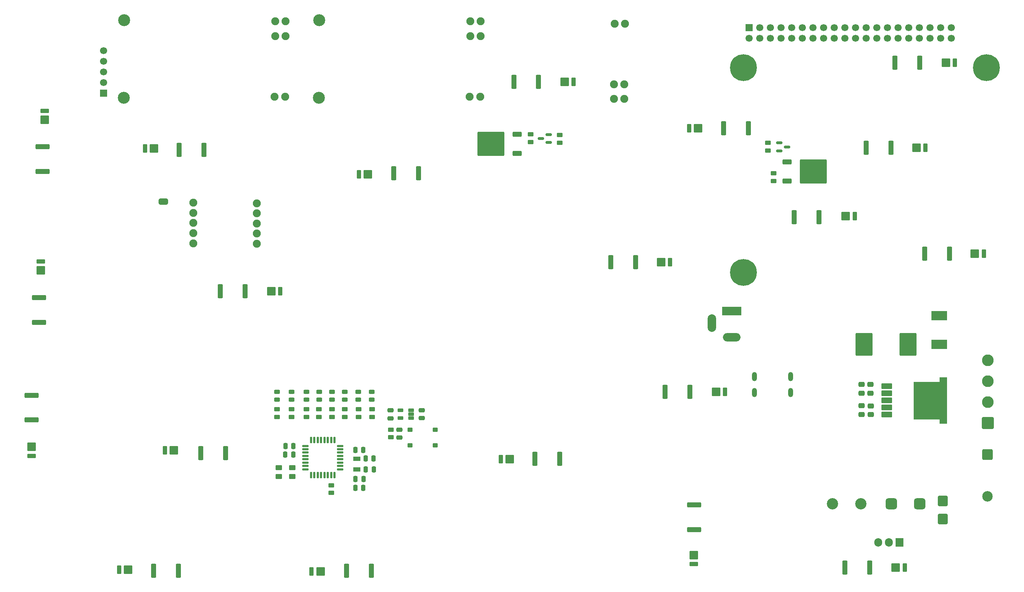
<source format=gbr>
%TF.GenerationSoftware,KiCad,Pcbnew,9.0.2*%
%TF.CreationDate,2025-05-14T09:05:42+08:00*%
%TF.ProjectId,MothBo,4d6f7468-426f-42e6-9b69-6361645f7063,5.0.0*%
%TF.SameCoordinates,Original*%
%TF.FileFunction,Soldermask,Top*%
%TF.FilePolarity,Negative*%
%FSLAX46Y46*%
G04 Gerber Fmt 4.6, Leading zero omitted, Abs format (unit mm)*
G04 Created by KiCad (PCBNEW 9.0.2) date 2025-05-14 09:05:42*
%MOMM*%
%LPD*%
G01*
G04 APERTURE LIST*
G04 Aperture macros list*
%AMRoundRect*
0 Rectangle with rounded corners*
0 $1 Rounding radius*
0 $2 $3 $4 $5 $6 $7 $8 $9 X,Y pos of 4 corners*
0 Add a 4 corners polygon primitive as box body*
4,1,4,$2,$3,$4,$5,$6,$7,$8,$9,$2,$3,0*
0 Add four circle primitives for the rounded corners*
1,1,$1+$1,$2,$3*
1,1,$1+$1,$4,$5*
1,1,$1+$1,$6,$7*
1,1,$1+$1,$8,$9*
0 Add four rect primitives between the rounded corners*
20,1,$1+$1,$2,$3,$4,$5,0*
20,1,$1+$1,$4,$5,$6,$7,0*
20,1,$1+$1,$6,$7,$8,$9,0*
20,1,$1+$1,$8,$9,$2,$3,0*%
%AMFreePoly0*
4,1,23,0.500000,-0.750000,0.000000,-0.750000,0.000000,-0.745722,-0.065263,-0.745722,-0.191342,-0.711940,-0.304381,-0.646677,-0.396677,-0.554381,-0.461940,-0.441342,-0.495722,-0.315263,-0.495722,-0.250000,-0.500000,-0.250000,-0.500000,0.250000,-0.495722,0.250000,-0.495722,0.315263,-0.461940,0.441342,-0.396677,0.554381,-0.304381,0.646677,-0.191342,0.711940,-0.065263,0.745722,0.000000,0.745722,
0.000000,0.750000,0.500000,0.750000,0.500000,-0.750000,0.500000,-0.750000,$1*%
%AMFreePoly1*
4,1,23,0.000000,0.745722,0.065263,0.745722,0.191342,0.711940,0.304381,0.646677,0.396677,0.554381,0.461940,0.441342,0.495722,0.315263,0.495722,0.250000,0.500000,0.250000,0.500000,-0.250000,0.495722,-0.250000,0.495722,-0.315263,0.461940,-0.441342,0.396677,-0.554381,0.304381,-0.646677,0.191342,-0.711940,0.065263,-0.745722,0.000000,-0.745722,0.000000,-0.750000,-0.500000,-0.750000,
-0.500000,0.750000,0.000000,0.750000,0.000000,0.745722,0.000000,0.745722,$1*%
G04 Aperture macros list end*
%ADD10C,0.010000*%
%ADD11RoundRect,0.250000X-1.000000X1.000000X-1.000000X-1.000000X1.000000X-1.000000X1.000000X1.000000X0*%
%ADD12C,2.500000*%
%ADD13RoundRect,0.250000X-0.450000X0.262500X-0.450000X-0.262500X0.450000X-0.262500X0.450000X0.262500X0*%
%ADD14RoundRect,0.250000X0.450000X-0.262500X0.450000X0.262500X-0.450000X0.262500X-0.450000X-0.262500X0*%
%ADD15RoundRect,0.250000X0.475000X-0.337500X0.475000X0.337500X-0.475000X0.337500X-0.475000X-0.337500X0*%
%ADD16RoundRect,0.250000X-0.362500X-1.425000X0.362500X-1.425000X0.362500X1.425000X-0.362500X1.425000X0*%
%ADD17RoundRect,0.250000X0.250000X0.475000X-0.250000X0.475000X-0.250000X-0.475000X0.250000X-0.475000X0*%
%ADD18RoundRect,0.102000X-1.150000X-0.535000X1.150000X-0.535000X1.150000X0.535000X-1.150000X0.535000X0*%
%ADD19RoundRect,0.250000X-1.425000X0.362500X-1.425000X-0.362500X1.425000X-0.362500X1.425000X0.362500X0*%
%ADD20RoundRect,0.125000X0.625000X0.125000X-0.625000X0.125000X-0.625000X-0.125000X0.625000X-0.125000X0*%
%ADD21RoundRect,0.125000X0.125000X0.625000X-0.125000X0.625000X-0.125000X-0.625000X0.125000X-0.625000X0*%
%ADD22RoundRect,0.250000X1.425000X-0.362500X1.425000X0.362500X-1.425000X0.362500X-1.425000X-0.362500X0*%
%ADD23RoundRect,0.165000X0.385000X0.885000X-0.385000X0.885000X-0.385000X-0.885000X0.385000X-0.885000X0*%
%ADD24RoundRect,0.315000X0.735000X0.735000X-0.735000X0.735000X-0.735000X-0.735000X0.735000X-0.735000X0*%
%ADD25RoundRect,0.243750X-0.456250X0.243750X-0.456250X-0.243750X0.456250X-0.243750X0.456250X0.243750X0*%
%ADD26RoundRect,0.250000X-0.475000X0.250000X-0.475000X-0.250000X0.475000X-0.250000X0.475000X0.250000X0*%
%ADD27RoundRect,0.102000X1.800000X-1.000000X1.800000X1.000000X-1.800000X1.000000X-1.800000X-1.000000X0*%
%ADD28RoundRect,0.165000X-0.385000X-0.885000X0.385000X-0.885000X0.385000X0.885000X-0.385000X0.885000X0*%
%ADD29RoundRect,0.315000X-0.735000X-0.735000X0.735000X-0.735000X0.735000X0.735000X-0.735000X0.735000X0*%
%ADD30RoundRect,0.250000X0.362500X1.425000X-0.362500X1.425000X-0.362500X-1.425000X0.362500X-1.425000X0*%
%ADD31RoundRect,0.102000X0.650000X0.450000X-0.650000X0.450000X-0.650000X-0.450000X0.650000X-0.450000X0*%
%ADD32RoundRect,0.165000X0.885000X-0.385000X0.885000X0.385000X-0.885000X0.385000X-0.885000X-0.385000X0*%
%ADD33RoundRect,0.315000X0.735000X-0.735000X0.735000X0.735000X-0.735000X0.735000X-0.735000X-0.735000X0*%
%ADD34RoundRect,0.249997X2.950003X2.650003X-2.950003X2.650003X-2.950003X-2.650003X2.950003X-2.650003X0*%
%ADD35RoundRect,0.250000X0.850000X0.350000X-0.850000X0.350000X-0.850000X-0.350000X0.850000X-0.350000X0*%
%ADD36RoundRect,0.165000X-0.885000X0.385000X-0.885000X-0.385000X0.885000X-0.385000X0.885000X0.385000X0*%
%ADD37RoundRect,0.315000X-0.735000X0.735000X-0.735000X-0.735000X0.735000X-0.735000X0.735000X0.735000X0*%
%ADD38RoundRect,0.102000X-0.500000X-0.375000X0.500000X-0.375000X0.500000X0.375000X-0.500000X0.375000X0*%
%ADD39RoundRect,0.198500X0.508500X0.198500X-0.508500X0.198500X-0.508500X-0.198500X0.508500X-0.198500X0*%
%ADD40C,1.905000*%
%ADD41C,2.857500*%
%ADD42RoundRect,0.250000X-0.250000X-0.475000X0.250000X-0.475000X0.250000X0.475000X-0.250000X0.475000X0*%
%ADD43RoundRect,0.250000X-0.900000X1.000000X-0.900000X-1.000000X0.900000X-1.000000X0.900000X1.000000X0*%
%ADD44RoundRect,0.150000X-0.587500X-0.150000X0.587500X-0.150000X0.587500X0.150000X-0.587500X0.150000X0*%
%ADD45RoundRect,0.250000X1.750000X2.500000X-1.750000X2.500000X-1.750000X-2.500000X1.750000X-2.500000X0*%
%ADD46R,1.800000X1.000000*%
%ADD47RoundRect,0.250000X-0.475000X0.337500X-0.475000X-0.337500X0.475000X-0.337500X0.475000X0.337500X0*%
%ADD48RoundRect,0.150000X0.587500X0.150000X-0.587500X0.150000X-0.587500X-0.150000X0.587500X-0.150000X0*%
%ADD49FreePoly0,180.000000*%
%ADD50FreePoly1,180.000000*%
%ADD51RoundRect,0.249997X-2.950003X-2.650003X2.950003X-2.650003X2.950003X2.650003X-2.950003X2.650003X0*%
%ADD52RoundRect,0.250000X-0.850000X-0.350000X0.850000X-0.350000X0.850000X0.350000X-0.850000X0.350000X0*%
%ADD53R,1.700000X1.700000*%
%ADD54C,1.700000*%
%ADD55RoundRect,0.250001X1.149999X-1.149999X1.149999X1.149999X-1.149999X1.149999X-1.149999X-1.149999X0*%
%ADD56C,2.800000*%
%ADD57C,6.404000*%
%ADD58R,4.600000X2.000000*%
%ADD59O,4.200000X2.000000*%
%ADD60O,2.000000X4.200000*%
%ADD61RoundRect,0.675000X0.675000X0.675000X-0.675000X0.675000X-0.675000X-0.675000X0.675000X-0.675000X0*%
%ADD62C,2.700000*%
%ADD63R,1.905000X2.000000*%
%ADD64O,1.905000X2.000000*%
%ADD65O,1.204000X2.204000*%
G04 APERTURE END LIST*
D10*
%TO.C,U1*%
X148770000Y-63311342D02*
X147100000Y-63311342D01*
X147100000Y-62261342D01*
X140900000Y-62261342D01*
X140900000Y-53361342D01*
X147100000Y-53361342D01*
X147100000Y-52311342D01*
X148770000Y-52311342D01*
X148770000Y-63311342D01*
G36*
X148770000Y-63311342D02*
G01*
X147100000Y-63311342D01*
X147100000Y-62261342D01*
X140900000Y-62261342D01*
X140900000Y-53361342D01*
X147100000Y-53361342D01*
X147100000Y-52311342D01*
X148770000Y-52311342D01*
X148770000Y-63311342D01*
G37*
%TO.C,JP1*%
G36*
X-38060000Y-11045671D02*
G01*
X-38360000Y-11045671D01*
X-38360000Y-9545671D01*
X-38060000Y-9545671D01*
X-38060000Y-11045671D01*
G37*
%TD*%
D11*
%TO.C,J1*%
X158500000Y-70765671D03*
D12*
X158500000Y-80765671D03*
%TD*%
D13*
%TO.C,R52*%
X107490000Y-3563171D03*
X107490000Y-5388171D03*
%TD*%
D14*
%TO.C,R12*%
X5108571Y-61758171D03*
X5108571Y-59933171D03*
%TD*%
D15*
%TO.C,C3*%
X130670000Y-61213171D03*
X130670000Y-59138171D03*
%TD*%
D16*
%TO.C,R64*%
X112337497Y-14015672D03*
X118262501Y-14015670D03*
%TD*%
D17*
%TO.C,C16*%
X9500000Y-69650671D03*
X7600000Y-69650671D03*
%TD*%
D18*
%TO.C,U1*%
X134500000Y-54411342D03*
X134500000Y-56111342D03*
X134500000Y-57811342D03*
X134500000Y-59511342D03*
X134500000Y-61211342D03*
%TD*%
D19*
%TO.C,R56*%
X-69700000Y-56578172D03*
X-69700000Y-62503170D03*
%TD*%
D14*
%TO.C,R8*%
X-11050000Y-61758171D03*
X-11050000Y-59933171D03*
%TD*%
D20*
%TO.C,U5*%
X4025000Y-74285671D03*
X4025000Y-73485671D03*
X4025000Y-72685671D03*
X4025000Y-71885671D03*
X4025000Y-71085671D03*
X4025000Y-70285671D03*
X4025000Y-69485671D03*
X4025000Y-68685671D03*
D21*
X2650000Y-67310671D03*
X1850000Y-67310671D03*
X1050000Y-67310671D03*
X250000Y-67310671D03*
X-550000Y-67310671D03*
X-1350000Y-67310671D03*
X-2150000Y-67310671D03*
X-2950000Y-67310671D03*
D20*
X-4325000Y-68685671D03*
X-4325000Y-69485671D03*
X-4325000Y-70285671D03*
X-4325000Y-71085671D03*
X-4325000Y-71885671D03*
X-4325000Y-72685671D03*
X-4325000Y-73485671D03*
X-4325000Y-74285671D03*
D21*
X-2950000Y-75660671D03*
X-2150000Y-75660671D03*
X-1350000Y-75660671D03*
X-550000Y-75660671D03*
X250000Y-75660671D03*
X1050000Y-75660671D03*
X1850000Y-75660671D03*
X2650000Y-75660671D03*
%TD*%
D16*
%TO.C,R67*%
X45444997Y18279329D03*
X51369999Y18279329D03*
%TD*%
D22*
%TO.C,R55*%
X-67049999Y-3118171D03*
X-67049999Y2806829D03*
%TD*%
D16*
%TO.C,R65*%
X129575164Y2557452D03*
X135500164Y2557452D03*
%TD*%
D23*
%TO.C,D18*%
X157649999Y-22765671D03*
D24*
X155500000Y-22765671D03*
%TD*%
D25*
%TO.C,D21*%
X-7567143Y-55750671D03*
X-7567143Y-57625671D03*
%TD*%
D23*
%TO.C,D3*%
X82777500Y-24765671D03*
D24*
X80627500Y-24765671D03*
%TD*%
D23*
%TO.C,D17*%
X-10280001Y-31736097D03*
D24*
X-12430001Y-31736097D03*
%TD*%
D26*
%TO.C,C6*%
X23500000Y-60175671D03*
X23500000Y-62075671D03*
%TD*%
D27*
%TO.C,E4*%
X146980000Y-37593171D03*
X146980000Y-44393171D03*
%TD*%
D28*
%TO.C,D20*%
X87312501Y7234330D03*
D29*
X89462501Y7234329D03*
%TD*%
D14*
%TO.C,R14*%
X-1049047Y-61758171D03*
X-1049047Y-59933171D03*
%TD*%
D30*
%TO.C,R59*%
X11412500Y-98565670D03*
X5487502Y-98565672D03*
%TD*%
D31*
%TO.C,D33*%
X-7467500Y-76005671D03*
X-7467500Y-73865671D03*
X-10647500Y-73865671D03*
X-10647500Y-76005671D03*
%TD*%
D15*
%TO.C,R5*%
X130590000Y-56093171D03*
X130590000Y-54018171D03*
%TD*%
D30*
%TO.C,R74*%
X101425000Y7234331D03*
X95500000Y7234329D03*
%TD*%
D28*
%TO.C,D8*%
X-42603207Y2434329D03*
D29*
X-40453209Y2434327D03*
%TD*%
D17*
%TO.C,C15*%
X9550000Y-76610671D03*
X7650000Y-76610671D03*
%TD*%
D32*
%TO.C,D19*%
X88372006Y-96915670D03*
D33*
X88372006Y-94765671D03*
%TD*%
D14*
%TO.C,R51*%
X49470000Y3959329D03*
X49470000Y5784329D03*
%TD*%
D28*
%TO.C,D5*%
X-2839997Y-98665671D03*
D29*
X-690000Y-98665671D03*
%TD*%
D23*
%TO.C,D13*%
X59710000Y18279329D03*
D24*
X57560000Y18279326D03*
%TD*%
D25*
%TO.C,D23*%
X11572857Y-55730671D03*
X11572857Y-57605671D03*
%TD*%
D30*
%TO.C,R63*%
X-23325000Y-70415670D03*
X-29249998Y-70415674D03*
%TD*%
D13*
%TO.C,R54*%
X106130000Y3709329D03*
X106130000Y1884329D03*
%TD*%
D23*
%TO.C,D15*%
X150719999Y22924329D03*
D24*
X148570000Y22924329D03*
%TD*%
D15*
%TO.C,C2*%
X128470000Y-61163171D03*
X128470000Y-59088171D03*
%TD*%
D14*
%TO.C,R7*%
X-7570000Y-61758171D03*
X-7570000Y-59933171D03*
%TD*%
D34*
%TO.C,Q4*%
X39960000Y3516829D03*
D35*
X46260000Y1236829D03*
X46260000Y5796829D03*
%TD*%
D30*
%TO.C,R68*%
X56425000Y-71765671D03*
X50500000Y-71765671D03*
%TD*%
D16*
%TO.C,R70*%
X81575000Y-55765671D03*
X87500000Y-55765671D03*
%TD*%
D28*
%TO.C,D14*%
X42312500Y-71859733D03*
D29*
X44462499Y-71859733D03*
%TD*%
D13*
%TO.C,R11*%
X1850671Y-78113171D03*
X1850671Y-79938171D03*
%TD*%
D36*
%TO.C,D1*%
X-66500000Y11384328D03*
D37*
X-66500000Y9234329D03*
%TD*%
D38*
%TO.C,SW1*%
X20680000Y-64820671D03*
X26680000Y-64820671D03*
X20680000Y-68570671D03*
X26680000Y-68570671D03*
%TD*%
D14*
%TO.C,R13*%
X2064762Y-61758171D03*
X2064762Y-59933171D03*
%TD*%
D16*
%TO.C,R69*%
X136417499Y22924329D03*
X142342499Y22924329D03*
%TD*%
D39*
%TO.C,U6*%
X20915000Y-62075671D03*
X20915000Y-61125671D03*
X20915000Y-60175671D03*
X18405000Y-60175671D03*
X18405000Y-62075671D03*
%TD*%
D23*
%TO.C,D11*%
X143725164Y2557452D03*
D24*
X141575164Y2557452D03*
%TD*%
D25*
%TO.C,D27*%
X-1037143Y-55750671D03*
X-1037143Y-57625671D03*
%TD*%
D40*
%TO.C,A1*%
X35061497Y29246355D03*
X37561331Y29246355D03*
X35061497Y32764329D03*
X37561331Y32764329D03*
X34928203Y14741147D03*
X37416361Y14743415D03*
D41*
X-1111190Y14483124D03*
X-1000000Y33064329D03*
%TD*%
D42*
%TO.C,C14*%
X-9080000Y-68720671D03*
X-7180000Y-68720671D03*
%TD*%
D28*
%TO.C,D6*%
X-48750479Y-98315672D03*
D29*
X-46600479Y-98315671D03*
%TD*%
D43*
%TO.C,E2*%
X147820000Y-81845671D03*
X147820000Y-86145671D03*
%TD*%
D16*
%TO.C,R66*%
X124447499Y-97740671D03*
X130372499Y-97740671D03*
%TD*%
D28*
%TO.C,D9*%
X-37827496Y-69765672D03*
D29*
X-35677499Y-69765671D03*
%TD*%
D36*
%TO.C,D4*%
X-67500000Y-24615672D03*
D37*
X-67500000Y-26765671D03*
%TD*%
D30*
%TO.C,R60*%
X-34597977Y-98565671D03*
X-40522979Y-98565671D03*
%TD*%
D14*
%TO.C,R9*%
X11592381Y-61758171D03*
X11592381Y-59933171D03*
%TD*%
D23*
%TO.C,D12*%
X138749999Y-97741982D03*
D24*
X136600000Y-97741981D03*
%TD*%
D42*
%TO.C,C17*%
X-9100000Y-70720671D03*
X-7200000Y-70720671D03*
%TD*%
D44*
%TO.C,Q7*%
X108792500Y3706829D03*
X108792500Y1806829D03*
X110667500Y2756829D03*
%TD*%
D17*
%TO.C,C10*%
X12030671Y-74295671D03*
X10130671Y-74295671D03*
%TD*%
D16*
%TO.C,R72*%
X143537499Y-22765671D03*
X149462499Y-22765671D03*
%TD*%
D17*
%TO.C,C11*%
X11990671Y-71715671D03*
X10090671Y-71715671D03*
%TD*%
D32*
%TO.C,D2*%
X-69649998Y-71080670D03*
D33*
X-69649999Y-68930670D03*
%TD*%
D19*
%TO.C,R73*%
X88500000Y-82803171D03*
X88500000Y-88728171D03*
%TD*%
D45*
%TO.C,L1*%
X139550000Y-44423171D03*
X129050000Y-44423171D03*
%TD*%
D23*
%TO.C,D16*%
X95877500Y-55765671D03*
D24*
X93727501Y-55765671D03*
%TD*%
D14*
%TO.C,R53*%
X56450000Y3789329D03*
X56450000Y5614329D03*
%TD*%
D46*
%TO.C,Y1*%
X8020671Y-71785671D03*
X8020671Y-74285671D03*
%TD*%
D28*
%TO.C,D7*%
X8472498Y-3765671D03*
D29*
X10622498Y-3765671D03*
%TD*%
D25*
%TO.C,D22*%
X-11057143Y-55760671D03*
X-11057143Y-57635671D03*
%TD*%
D23*
%TO.C,D10*%
X126840001Y-13765671D03*
D24*
X124690000Y-13765672D03*
%TD*%
D47*
%TO.C,R4*%
X128430000Y-54028171D03*
X128430000Y-56103171D03*
%TD*%
D22*
%TO.C,R58*%
X-67849999Y-39218171D03*
X-67849999Y-33293171D03*
%TD*%
D17*
%TO.C,C9*%
X9540000Y-78700671D03*
X7640000Y-78700671D03*
%TD*%
D16*
%TO.C,R57*%
X68575000Y-24765671D03*
X74500000Y-24765671D03*
%TD*%
D30*
%TO.C,R61*%
X22674999Y-3515672D03*
X16749999Y-3515672D03*
%TD*%
D48*
%TO.C,Q6*%
X53807500Y3801829D03*
X53807500Y5701829D03*
X51932500Y4751829D03*
%TD*%
D49*
%TO.C,JP1*%
X-37560000Y-10295671D03*
D50*
X-38860000Y-10295671D03*
%TD*%
D40*
%TO.C,A2*%
X71854864Y17731389D03*
X69355030Y17731389D03*
X71854864Y14213415D03*
X69355030Y14213415D03*
X71988158Y32236597D03*
X69500000Y32234329D03*
%TD*%
D14*
%TO.C,R10*%
X8360000Y-61758171D03*
X8360000Y-59933171D03*
%TD*%
D26*
%TO.C,C7*%
X16050000Y-60185671D03*
X16050000Y-62085671D03*
%TD*%
D25*
%TO.C,D24*%
X8332857Y-55750671D03*
X8332857Y-57625671D03*
%TD*%
D16*
%TO.C,R71*%
X-24582501Y-31730671D03*
X-18657501Y-31730671D03*
%TD*%
D25*
%TO.C,D28*%
X-4067143Y-55750671D03*
X-4067143Y-57625671D03*
%TD*%
D30*
%TO.C,R62*%
X-28550708Y2034331D03*
X-34475708Y2034327D03*
%TD*%
D14*
%TO.C,R6*%
X16070000Y-66648171D03*
X16070000Y-64823171D03*
%TD*%
D40*
%TO.C,A3*%
X-11500000Y29234329D03*
X-9000166Y29234329D03*
X-11500000Y32752303D03*
X-9000166Y32752303D03*
X-11633294Y14729121D03*
X-9145136Y14731389D03*
D41*
X-47672687Y14471098D03*
X-47561497Y33052303D03*
%TD*%
D14*
%TO.C,R15*%
X-4063810Y-61758171D03*
X-4063810Y-59933171D03*
%TD*%
D51*
%TO.C,Q5*%
X116960000Y-3108171D03*
D52*
X110660000Y-828171D03*
X110660000Y-5388171D03*
%TD*%
D26*
%TO.C,C8*%
X18170000Y-64825671D03*
X18170000Y-66725671D03*
%TD*%
D25*
%TO.C,D25*%
X5072857Y-55750671D03*
X5072857Y-57625671D03*
%TD*%
%TO.C,D26*%
X2052857Y-55750671D03*
X2052857Y-57625671D03*
%TD*%
D53*
%TO.C,J5*%
X-52500000Y15614329D03*
D54*
X-52500000Y18154329D03*
X-52500000Y20694329D03*
X-52500000Y23234329D03*
X-52500000Y25774329D03*
%TD*%
D55*
%TO.C,U2*%
X158600000Y-63265671D03*
D56*
X158600000Y-58265671D03*
X158600000Y-53265671D03*
X158600000Y-48265671D03*
%TD*%
D57*
%TO.C,U4*%
X158237500Y21736829D03*
X100237500Y21736829D03*
X100237500Y-27263171D03*
%TD*%
D58*
%TO.C,J7*%
X97500000Y-36465671D03*
D59*
X97500000Y-42765671D03*
D60*
X92700000Y-39365671D03*
%TD*%
D61*
%TO.C,F1*%
X142330000Y-82515671D03*
X135570000Y-82515671D03*
D62*
X128290000Y-82515671D03*
X121530000Y-82515671D03*
%TD*%
D53*
%TO.C,U3*%
X101600000Y31234329D03*
D54*
X101600000Y28694329D03*
X104140000Y31234329D03*
X104140000Y28694329D03*
X106680000Y31234329D03*
X106680000Y28694329D03*
X109220000Y31234329D03*
X109220000Y28694329D03*
X111760000Y31234329D03*
X111760000Y28694329D03*
X114300000Y31234329D03*
X114300000Y28694329D03*
X116840000Y31234329D03*
X116840000Y28694329D03*
X119380000Y31234329D03*
X119380000Y28694329D03*
X121920000Y31234329D03*
X121920000Y28694329D03*
X124460000Y31234329D03*
X124460000Y28694329D03*
X127000000Y31234329D03*
X127000000Y28694329D03*
X129540000Y31234329D03*
X129540000Y28694329D03*
X132080000Y31234329D03*
X132080000Y28694329D03*
X134620000Y31234329D03*
X134620000Y28694329D03*
X137160000Y31234329D03*
X137160000Y28694329D03*
X139700000Y31234329D03*
X139700000Y28694329D03*
X142240000Y31234329D03*
X142240000Y28694329D03*
X144780000Y31234329D03*
X144780000Y28694329D03*
X147320000Y31234329D03*
X147320000Y28694329D03*
X149860000Y31234329D03*
X149860000Y28694329D03*
%TD*%
D63*
%TO.C,Q1*%
X137500000Y-91765671D03*
D64*
X134960000Y-91765671D03*
X132420000Y-91765671D03*
%TD*%
D65*
%TO.C,J2*%
X111500000Y-55915671D03*
X102900000Y-55915671D03*
X102900000Y-52115671D03*
X111520000Y-52115671D03*
%TD*%
D40*
%TO.C,J4*%
X-31050680Y-10538019D03*
X-15866151Y-13119451D03*
X-31050680Y-20307866D03*
X-15866151Y-10705332D03*
X-31050680Y-15422942D03*
X-15866151Y-15533570D03*
X-15866151Y-17947689D03*
X-15866151Y-20361808D03*
X-31050680Y-17865404D03*
X-31050680Y-12980481D03*
%TD*%
M02*

</source>
